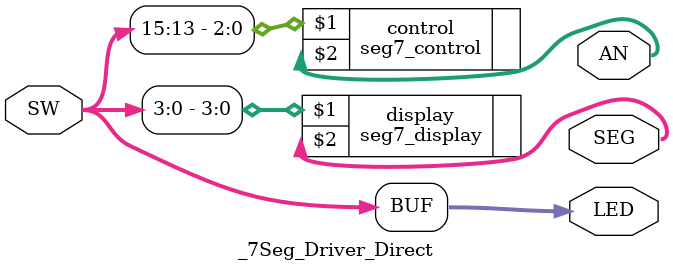
<source format=v>
module _7Seg_Driver_Direct(SW,SEG,AN,LED);
	input [15:0]SW;
	output [7:0]SEG;
	output [7:0]AN;
	output reg [15:0]LED;
	
	always@(*)
	   begin
                LED[15:0] = SW[15:0];
       end
       
    seg7_control control(SW[15:13],AN);
	seg7_display display(SW[3:0],SEG);
	
endmodule
</source>
